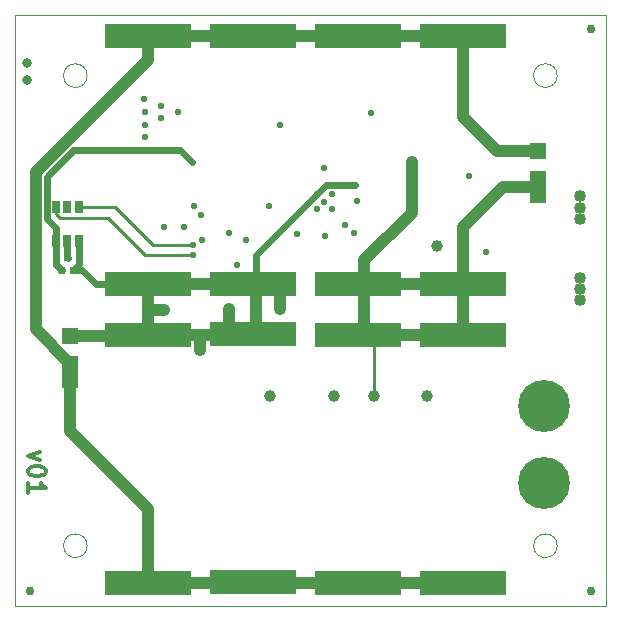
<source format=gbr>
%TF.GenerationSoftware,KiCad,Pcbnew,(5.1.4)-1*%
%TF.CreationDate,2019-12-20T15:52:09-07:00*%
%TF.ProjectId,SolarCell+Y,536f6c61-7243-4656-9c6c-2b592e6b6963,rev?*%
%TF.SameCoordinates,Original*%
%TF.FileFunction,Copper,L1,Top*%
%TF.FilePolarity,Positive*%
%FSLAX46Y46*%
G04 Gerber Fmt 4.6, Leading zero omitted, Abs format (unit mm)*
G04 Created by KiCad (PCBNEW (5.1.4)-1) date 2019-12-20 15:52:09*
%MOMM*%
%LPD*%
G04 APERTURE LIST*
%ADD10C,0.300000*%
%ADD11C,0.050000*%
%ADD12C,0.750000*%
%ADD13C,1.000000*%
%ADD14C,1.016000*%
%ADD15R,7.400000X2.000000*%
%ADD16R,1.400000X1.400000*%
%ADD17R,1.400000X2.700000*%
%ADD18R,0.700000X1.000000*%
%ADD19C,0.100000*%
%ADD20C,0.590000*%
%ADD21C,4.400000*%
%ADD22C,0.584200*%
%ADD23C,0.800000*%
%ADD24C,1.000000*%
%ADD25C,0.248920*%
%ADD26C,0.609600*%
G04 APERTURE END LIST*
D10*
X152086428Y-76954285D02*
X151086428Y-77311428D01*
X152086428Y-77668571D01*
X152586428Y-78525714D02*
X152586428Y-78668571D01*
X152515000Y-78811428D01*
X152443571Y-78882857D01*
X152300714Y-78954285D01*
X152015000Y-79025714D01*
X151657857Y-79025714D01*
X151372142Y-78954285D01*
X151229285Y-78882857D01*
X151157857Y-78811428D01*
X151086428Y-78668571D01*
X151086428Y-78525714D01*
X151157857Y-78382857D01*
X151229285Y-78311428D01*
X151372142Y-78240000D01*
X151657857Y-78168571D01*
X152015000Y-78168571D01*
X152300714Y-78240000D01*
X152443571Y-78311428D01*
X152515000Y-78382857D01*
X152586428Y-78525714D01*
X151086428Y-80454285D02*
X151086428Y-79597142D01*
X151086428Y-80025714D02*
X152586428Y-80025714D01*
X152372142Y-79882857D01*
X152229285Y-79740000D01*
X152157857Y-79597142D01*
D11*
X200000000Y-40000000D02*
X150000000Y-40000000D01*
X150000000Y-90000000D02*
X200000000Y-90000000D01*
X150000000Y-40000000D02*
X150000000Y-90000000D01*
X195900000Y-45100000D02*
G75*
G03X195900000Y-45100000I-1000000J0D01*
G01*
X156100000Y-84900000D02*
G75*
G03X156100000Y-84900000I-1000000J0D01*
G01*
X156100000Y-45100000D02*
G75*
G03X156100000Y-45100000I-1000000J0D01*
G01*
X195900000Y-84900000D02*
G75*
G03X195900000Y-84900000I-1000000J0D01*
G01*
X200000000Y-90000000D02*
X200000000Y-40000000D01*
D12*
X198755000Y-41148000D03*
X151257000Y-88773000D03*
X198755000Y-88773000D03*
D13*
X185750200Y-59512200D03*
X184835800Y-72263000D03*
X176987200Y-72263000D03*
X171602400Y-72263000D03*
X180424666Y-72263000D03*
D14*
X197866000Y-64130000D03*
X197866000Y-55330000D03*
X197866000Y-63180000D03*
X197866000Y-62230000D03*
X197866000Y-56280000D03*
X197866000Y-57230000D03*
D15*
X170180000Y-62738000D03*
X170180000Y-41738000D03*
X161290000Y-67056000D03*
X161290000Y-88056000D03*
X170180000Y-67011000D03*
X170180000Y-88011000D03*
X179070000Y-41738000D03*
X179070000Y-62738000D03*
X187960000Y-41738000D03*
X187960000Y-62738000D03*
X179070000Y-88056000D03*
X179070000Y-67056000D03*
X187960000Y-88056000D03*
X187960000Y-67056000D03*
D16*
X154686000Y-67111000D03*
D17*
X154686000Y-70161000D03*
D15*
X161290000Y-62738000D03*
X161290000Y-41738000D03*
D18*
X153482000Y-56208000D03*
X154432000Y-56208000D03*
X155382000Y-56208000D03*
X155382000Y-59108000D03*
X154432000Y-59108000D03*
X153482000Y-59108000D03*
D19*
G36*
X155586958Y-60183510D02*
G01*
X155601276Y-60185634D01*
X155615317Y-60189151D01*
X155628946Y-60194028D01*
X155642031Y-60200217D01*
X155654447Y-60207658D01*
X155666073Y-60216281D01*
X155676798Y-60226002D01*
X155686519Y-60236727D01*
X155695142Y-60248353D01*
X155702583Y-60260769D01*
X155708772Y-60273854D01*
X155713649Y-60287483D01*
X155717166Y-60301524D01*
X155719290Y-60315842D01*
X155720000Y-60330300D01*
X155720000Y-60675300D01*
X155719290Y-60689758D01*
X155717166Y-60704076D01*
X155713649Y-60718117D01*
X155708772Y-60731746D01*
X155702583Y-60744831D01*
X155695142Y-60757247D01*
X155686519Y-60768873D01*
X155676798Y-60779598D01*
X155666073Y-60789319D01*
X155654447Y-60797942D01*
X155642031Y-60805383D01*
X155628946Y-60811572D01*
X155615317Y-60816449D01*
X155601276Y-60819966D01*
X155586958Y-60822090D01*
X155572500Y-60822800D01*
X155277500Y-60822800D01*
X155263042Y-60822090D01*
X155248724Y-60819966D01*
X155234683Y-60816449D01*
X155221054Y-60811572D01*
X155207969Y-60805383D01*
X155195553Y-60797942D01*
X155183927Y-60789319D01*
X155173202Y-60779598D01*
X155163481Y-60768873D01*
X155154858Y-60757247D01*
X155147417Y-60744831D01*
X155141228Y-60731746D01*
X155136351Y-60718117D01*
X155132834Y-60704076D01*
X155130710Y-60689758D01*
X155130000Y-60675300D01*
X155130000Y-60330300D01*
X155130710Y-60315842D01*
X155132834Y-60301524D01*
X155136351Y-60287483D01*
X155141228Y-60273854D01*
X155147417Y-60260769D01*
X155154858Y-60248353D01*
X155163481Y-60236727D01*
X155173202Y-60226002D01*
X155183927Y-60216281D01*
X155195553Y-60207658D01*
X155207969Y-60200217D01*
X155221054Y-60194028D01*
X155234683Y-60189151D01*
X155248724Y-60185634D01*
X155263042Y-60183510D01*
X155277500Y-60182800D01*
X155572500Y-60182800D01*
X155586958Y-60183510D01*
X155586958Y-60183510D01*
G37*
D20*
X155425000Y-60502800D03*
D19*
G36*
X154616958Y-60183510D02*
G01*
X154631276Y-60185634D01*
X154645317Y-60189151D01*
X154658946Y-60194028D01*
X154672031Y-60200217D01*
X154684447Y-60207658D01*
X154696073Y-60216281D01*
X154706798Y-60226002D01*
X154716519Y-60236727D01*
X154725142Y-60248353D01*
X154732583Y-60260769D01*
X154738772Y-60273854D01*
X154743649Y-60287483D01*
X154747166Y-60301524D01*
X154749290Y-60315842D01*
X154750000Y-60330300D01*
X154750000Y-60675300D01*
X154749290Y-60689758D01*
X154747166Y-60704076D01*
X154743649Y-60718117D01*
X154738772Y-60731746D01*
X154732583Y-60744831D01*
X154725142Y-60757247D01*
X154716519Y-60768873D01*
X154706798Y-60779598D01*
X154696073Y-60789319D01*
X154684447Y-60797942D01*
X154672031Y-60805383D01*
X154658946Y-60811572D01*
X154645317Y-60816449D01*
X154631276Y-60819966D01*
X154616958Y-60822090D01*
X154602500Y-60822800D01*
X154307500Y-60822800D01*
X154293042Y-60822090D01*
X154278724Y-60819966D01*
X154264683Y-60816449D01*
X154251054Y-60811572D01*
X154237969Y-60805383D01*
X154225553Y-60797942D01*
X154213927Y-60789319D01*
X154203202Y-60779598D01*
X154193481Y-60768873D01*
X154184858Y-60757247D01*
X154177417Y-60744831D01*
X154171228Y-60731746D01*
X154166351Y-60718117D01*
X154162834Y-60704076D01*
X154160710Y-60689758D01*
X154160000Y-60675300D01*
X154160000Y-60330300D01*
X154160710Y-60315842D01*
X154162834Y-60301524D01*
X154166351Y-60287483D01*
X154171228Y-60273854D01*
X154177417Y-60260769D01*
X154184858Y-60248353D01*
X154193481Y-60236727D01*
X154203202Y-60226002D01*
X154213927Y-60216281D01*
X154225553Y-60207658D01*
X154237969Y-60200217D01*
X154251054Y-60194028D01*
X154264683Y-60189151D01*
X154278724Y-60185634D01*
X154293042Y-60183510D01*
X154307500Y-60182800D01*
X154602500Y-60182800D01*
X154616958Y-60183510D01*
X154616958Y-60183510D01*
G37*
D20*
X154455000Y-60502800D03*
D19*
G36*
X154621758Y-60183510D02*
G01*
X154636076Y-60185634D01*
X154650117Y-60189151D01*
X154663746Y-60194028D01*
X154676831Y-60200217D01*
X154689247Y-60207658D01*
X154700873Y-60216281D01*
X154711598Y-60226002D01*
X154721319Y-60236727D01*
X154729942Y-60248353D01*
X154737383Y-60260769D01*
X154743572Y-60273854D01*
X154748449Y-60287483D01*
X154751966Y-60301524D01*
X154754090Y-60315842D01*
X154754800Y-60330300D01*
X154754800Y-60675300D01*
X154754090Y-60689758D01*
X154751966Y-60704076D01*
X154748449Y-60718117D01*
X154743572Y-60731746D01*
X154737383Y-60744831D01*
X154729942Y-60757247D01*
X154721319Y-60768873D01*
X154711598Y-60779598D01*
X154700873Y-60789319D01*
X154689247Y-60797942D01*
X154676831Y-60805383D01*
X154663746Y-60811572D01*
X154650117Y-60816449D01*
X154636076Y-60819966D01*
X154621758Y-60822090D01*
X154607300Y-60822800D01*
X154312300Y-60822800D01*
X154297842Y-60822090D01*
X154283524Y-60819966D01*
X154269483Y-60816449D01*
X154255854Y-60811572D01*
X154242769Y-60805383D01*
X154230353Y-60797942D01*
X154218727Y-60789319D01*
X154208002Y-60779598D01*
X154198281Y-60768873D01*
X154189658Y-60757247D01*
X154182217Y-60744831D01*
X154176028Y-60731746D01*
X154171151Y-60718117D01*
X154167634Y-60704076D01*
X154165510Y-60689758D01*
X154164800Y-60675300D01*
X154164800Y-60330300D01*
X154165510Y-60315842D01*
X154167634Y-60301524D01*
X154171151Y-60287483D01*
X154176028Y-60273854D01*
X154182217Y-60260769D01*
X154189658Y-60248353D01*
X154198281Y-60236727D01*
X154208002Y-60226002D01*
X154218727Y-60216281D01*
X154230353Y-60207658D01*
X154242769Y-60200217D01*
X154255854Y-60194028D01*
X154269483Y-60189151D01*
X154283524Y-60185634D01*
X154297842Y-60183510D01*
X154312300Y-60182800D01*
X154607300Y-60182800D01*
X154621758Y-60183510D01*
X154621758Y-60183510D01*
G37*
D20*
X154459800Y-60502800D03*
D19*
G36*
X153651758Y-60183510D02*
G01*
X153666076Y-60185634D01*
X153680117Y-60189151D01*
X153693746Y-60194028D01*
X153706831Y-60200217D01*
X153719247Y-60207658D01*
X153730873Y-60216281D01*
X153741598Y-60226002D01*
X153751319Y-60236727D01*
X153759942Y-60248353D01*
X153767383Y-60260769D01*
X153773572Y-60273854D01*
X153778449Y-60287483D01*
X153781966Y-60301524D01*
X153784090Y-60315842D01*
X153784800Y-60330300D01*
X153784800Y-60675300D01*
X153784090Y-60689758D01*
X153781966Y-60704076D01*
X153778449Y-60718117D01*
X153773572Y-60731746D01*
X153767383Y-60744831D01*
X153759942Y-60757247D01*
X153751319Y-60768873D01*
X153741598Y-60779598D01*
X153730873Y-60789319D01*
X153719247Y-60797942D01*
X153706831Y-60805383D01*
X153693746Y-60811572D01*
X153680117Y-60816449D01*
X153666076Y-60819966D01*
X153651758Y-60822090D01*
X153637300Y-60822800D01*
X153342300Y-60822800D01*
X153327842Y-60822090D01*
X153313524Y-60819966D01*
X153299483Y-60816449D01*
X153285854Y-60811572D01*
X153272769Y-60805383D01*
X153260353Y-60797942D01*
X153248727Y-60789319D01*
X153238002Y-60779598D01*
X153228281Y-60768873D01*
X153219658Y-60757247D01*
X153212217Y-60744831D01*
X153206028Y-60731746D01*
X153201151Y-60718117D01*
X153197634Y-60704076D01*
X153195510Y-60689758D01*
X153194800Y-60675300D01*
X153194800Y-60330300D01*
X153195510Y-60315842D01*
X153197634Y-60301524D01*
X153201151Y-60287483D01*
X153206028Y-60273854D01*
X153212217Y-60260769D01*
X153219658Y-60248353D01*
X153228281Y-60236727D01*
X153238002Y-60226002D01*
X153248727Y-60216281D01*
X153260353Y-60207658D01*
X153272769Y-60200217D01*
X153285854Y-60194028D01*
X153299483Y-60189151D01*
X153313524Y-60185634D01*
X153327842Y-60183510D01*
X153342300Y-60182800D01*
X153637300Y-60182800D01*
X153651758Y-60183510D01*
X153651758Y-60183510D01*
G37*
D20*
X153489800Y-60502800D03*
D19*
G36*
X155078958Y-61275710D02*
G01*
X155093276Y-61277834D01*
X155107317Y-61281351D01*
X155120946Y-61286228D01*
X155134031Y-61292417D01*
X155146447Y-61299858D01*
X155158073Y-61308481D01*
X155168798Y-61318202D01*
X155178519Y-61328927D01*
X155187142Y-61340553D01*
X155194583Y-61352969D01*
X155200772Y-61366054D01*
X155205649Y-61379683D01*
X155209166Y-61393724D01*
X155211290Y-61408042D01*
X155212000Y-61422500D01*
X155212000Y-61767500D01*
X155211290Y-61781958D01*
X155209166Y-61796276D01*
X155205649Y-61810317D01*
X155200772Y-61823946D01*
X155194583Y-61837031D01*
X155187142Y-61849447D01*
X155178519Y-61861073D01*
X155168798Y-61871798D01*
X155158073Y-61881519D01*
X155146447Y-61890142D01*
X155134031Y-61897583D01*
X155120946Y-61903772D01*
X155107317Y-61908649D01*
X155093276Y-61912166D01*
X155078958Y-61914290D01*
X155064500Y-61915000D01*
X154769500Y-61915000D01*
X154755042Y-61914290D01*
X154740724Y-61912166D01*
X154726683Y-61908649D01*
X154713054Y-61903772D01*
X154699969Y-61897583D01*
X154687553Y-61890142D01*
X154675927Y-61881519D01*
X154665202Y-61871798D01*
X154655481Y-61861073D01*
X154646858Y-61849447D01*
X154639417Y-61837031D01*
X154633228Y-61823946D01*
X154628351Y-61810317D01*
X154624834Y-61796276D01*
X154622710Y-61781958D01*
X154622000Y-61767500D01*
X154622000Y-61422500D01*
X154622710Y-61408042D01*
X154624834Y-61393724D01*
X154628351Y-61379683D01*
X154633228Y-61366054D01*
X154639417Y-61352969D01*
X154646858Y-61340553D01*
X154655481Y-61328927D01*
X154665202Y-61318202D01*
X154675927Y-61308481D01*
X154687553Y-61299858D01*
X154699969Y-61292417D01*
X154713054Y-61286228D01*
X154726683Y-61281351D01*
X154740724Y-61277834D01*
X154755042Y-61275710D01*
X154769500Y-61275000D01*
X155064500Y-61275000D01*
X155078958Y-61275710D01*
X155078958Y-61275710D01*
G37*
D20*
X154917000Y-61595000D03*
D19*
G36*
X154108958Y-61275710D02*
G01*
X154123276Y-61277834D01*
X154137317Y-61281351D01*
X154150946Y-61286228D01*
X154164031Y-61292417D01*
X154176447Y-61299858D01*
X154188073Y-61308481D01*
X154198798Y-61318202D01*
X154208519Y-61328927D01*
X154217142Y-61340553D01*
X154224583Y-61352969D01*
X154230772Y-61366054D01*
X154235649Y-61379683D01*
X154239166Y-61393724D01*
X154241290Y-61408042D01*
X154242000Y-61422500D01*
X154242000Y-61767500D01*
X154241290Y-61781958D01*
X154239166Y-61796276D01*
X154235649Y-61810317D01*
X154230772Y-61823946D01*
X154224583Y-61837031D01*
X154217142Y-61849447D01*
X154208519Y-61861073D01*
X154198798Y-61871798D01*
X154188073Y-61881519D01*
X154176447Y-61890142D01*
X154164031Y-61897583D01*
X154150946Y-61903772D01*
X154137317Y-61908649D01*
X154123276Y-61912166D01*
X154108958Y-61914290D01*
X154094500Y-61915000D01*
X153799500Y-61915000D01*
X153785042Y-61914290D01*
X153770724Y-61912166D01*
X153756683Y-61908649D01*
X153743054Y-61903772D01*
X153729969Y-61897583D01*
X153717553Y-61890142D01*
X153705927Y-61881519D01*
X153695202Y-61871798D01*
X153685481Y-61861073D01*
X153676858Y-61849447D01*
X153669417Y-61837031D01*
X153663228Y-61823946D01*
X153658351Y-61810317D01*
X153654834Y-61796276D01*
X153652710Y-61781958D01*
X153652000Y-61767500D01*
X153652000Y-61422500D01*
X153652710Y-61408042D01*
X153654834Y-61393724D01*
X153658351Y-61379683D01*
X153663228Y-61366054D01*
X153669417Y-61352969D01*
X153676858Y-61340553D01*
X153685481Y-61328927D01*
X153695202Y-61318202D01*
X153705927Y-61308481D01*
X153717553Y-61299858D01*
X153729969Y-61292417D01*
X153743054Y-61286228D01*
X153756683Y-61281351D01*
X153770724Y-61277834D01*
X153785042Y-61275710D01*
X153799500Y-61275000D01*
X154094500Y-61275000D01*
X154108958Y-61275710D01*
X154108958Y-61275710D01*
G37*
D20*
X153947000Y-61595000D03*
D16*
X194310000Y-51490000D03*
D17*
X194310000Y-54540000D03*
D21*
X194800000Y-73100000D03*
X194800000Y-79600000D03*
D22*
X183593740Y-52415440D03*
X183593740Y-53050440D03*
X160978844Y-48166883D03*
X165112690Y-56134000D03*
X178796228Y-54378747D03*
X176174400Y-55806340D03*
X175574980Y-55144184D03*
X176844980Y-55144184D03*
X175567340Y-56413400D03*
X176844980Y-56388784D03*
X164338000Y-57912000D03*
X162575240Y-57912000D03*
X172417740Y-49303940D03*
X168148000Y-64897000D03*
X172466000Y-64897000D03*
X178689000Y-58420000D03*
X162585400Y-64947800D03*
X165684200Y-62738000D03*
X165684200Y-68300600D03*
X168148000Y-58420000D03*
X164973000Y-52451000D03*
X168783000Y-61147520D03*
X189865000Y-60071000D03*
X163830000Y-48196500D03*
X165713339Y-56881065D03*
X188468000Y-53594000D03*
X165862000Y-59055000D03*
X165100000Y-59436026D03*
X165100000Y-60325000D03*
D23*
X151000000Y-45500000D03*
D22*
X161036000Y-50292000D03*
D23*
X151003000Y-44005500D03*
D22*
X162359712Y-47637690D03*
X162369500Y-48662193D03*
X161036000Y-49276000D03*
X160909000Y-47117000D03*
X169560240Y-59019440D03*
X176184580Y-52959784D03*
X177942240Y-57749440D03*
X171528750Y-56161940D03*
X176222019Y-58642013D03*
X173878240Y-58471590D03*
X180164740Y-48224440D03*
X178954084Y-55753784D03*
D24*
X161290000Y-88056000D02*
X170434000Y-88056000D01*
X170434000Y-88056000D02*
X179578000Y-88056000D01*
X179578000Y-88056000D02*
X187960000Y-88056000D01*
X161290000Y-41738000D02*
X170434000Y-41738000D01*
X170434000Y-41738000D02*
X179578000Y-41738000D01*
X179578000Y-41738000D02*
X187960000Y-41738000D01*
X154686000Y-69511000D02*
X154686000Y-70161000D01*
X151768388Y-66593388D02*
X154686000Y-69511000D01*
X151768388Y-53259612D02*
X151768388Y-66593388D01*
X161290000Y-43738000D02*
X151768388Y-53259612D01*
X161290000Y-41738000D02*
X161290000Y-43738000D01*
X161290000Y-81788000D02*
X161290000Y-88056000D01*
X154686000Y-75184000D02*
X161290000Y-81788000D01*
X154686000Y-70161000D02*
X154686000Y-75184000D01*
X187960000Y-48641000D02*
X187960000Y-41738000D01*
X194310000Y-51490000D02*
X190809000Y-51490000D01*
X190809000Y-51490000D02*
X187960000Y-48641000D01*
X179578000Y-67056000D02*
X187960000Y-67056000D01*
X179578000Y-62738000D02*
X187960000Y-62738000D01*
X179578000Y-62738000D02*
X179578000Y-67056000D01*
X187960000Y-62738000D02*
X187960000Y-67056000D01*
X183593740Y-56722260D02*
X183593740Y-52415440D01*
X179578000Y-62738000D02*
X179578000Y-60738000D01*
X179578000Y-60738000D02*
X183593740Y-56722260D01*
X187960000Y-57912000D02*
X187960000Y-62738000D01*
X194310000Y-54540000D02*
X191332000Y-54540000D01*
X191332000Y-54540000D02*
X187960000Y-57912000D01*
D25*
X180424666Y-67056000D02*
X179070000Y-67056000D01*
X180424666Y-72263000D02*
X180424666Y-67056000D01*
D24*
X170434000Y-62738000D02*
X165684200Y-62738000D01*
X161290000Y-62738000D02*
X161290000Y-67056000D01*
X170434000Y-62738000D02*
X170434000Y-64897000D01*
X170434000Y-64897000D02*
X170434000Y-67056000D01*
D26*
X155425000Y-61087000D02*
X155425000Y-60502800D01*
X154917000Y-61595000D02*
X155425000Y-61087000D01*
X155382000Y-60459800D02*
X155425000Y-60502800D01*
X155382000Y-59108000D02*
X155382000Y-60459800D01*
X156845000Y-62738000D02*
X161290000Y-62738000D01*
X154917000Y-61595000D02*
X155702000Y-61595000D01*
X155702000Y-61595000D02*
X156845000Y-62738000D01*
D24*
X161235000Y-67111000D02*
X161290000Y-67056000D01*
X154686000Y-67111000D02*
X161235000Y-67111000D01*
D26*
X176340417Y-54378747D02*
X178796228Y-54378747D01*
X175574980Y-55144184D02*
X176340417Y-54378747D01*
X172339000Y-58380164D02*
X175574980Y-55144184D01*
X170434000Y-62738000D02*
X170434000Y-60285164D01*
X170434000Y-60285164D02*
X172339000Y-58380164D01*
D24*
X161366200Y-64947800D02*
X162585400Y-64947800D01*
X161290000Y-67056000D02*
X161290000Y-65024000D01*
X161290000Y-65024000D02*
X161366200Y-64947800D01*
X168148000Y-66954400D02*
X168122600Y-66979800D01*
X168148000Y-64897000D02*
X168148000Y-66954400D01*
X172466000Y-62788800D02*
X172415200Y-62738000D01*
X172466000Y-64897000D02*
X172466000Y-62788800D01*
X165684200Y-62738000D02*
X161290000Y-62738000D01*
X165684200Y-67887509D02*
X165684200Y-67056000D01*
X165684200Y-68300600D02*
X165684200Y-67887509D01*
X170434000Y-67056000D02*
X165684200Y-67056000D01*
X165684200Y-67056000D02*
X161290000Y-67056000D01*
D26*
X153489800Y-61137800D02*
X153947000Y-61595000D01*
X153489800Y-60502800D02*
X153489800Y-61137800D01*
X153482000Y-60495000D02*
X153489800Y-60502800D01*
X153482000Y-59108000D02*
X153482000Y-60495000D01*
X163957000Y-51435000D02*
X164973000Y-52451000D01*
X154940000Y-51435000D02*
X163957000Y-51435000D01*
X152700199Y-53674801D02*
X154940000Y-51435000D01*
X152700199Y-57216599D02*
X152700199Y-53674801D01*
X153482000Y-59108000D02*
X153482000Y-57998400D01*
X153482000Y-57998400D02*
X152700199Y-57216599D01*
D25*
X161671026Y-59436026D02*
X165100000Y-59436026D01*
X155382000Y-56208000D02*
X158443000Y-56208000D01*
X158443000Y-56208000D02*
X161671026Y-59436026D01*
X161010600Y-60325000D02*
X165100000Y-60325000D01*
X157835600Y-57150000D02*
X161010600Y-60325000D01*
X153797000Y-57150000D02*
X157835600Y-57150000D01*
X153482000Y-56208000D02*
X153482000Y-56835000D01*
X153482000Y-56835000D02*
X153797000Y-57150000D01*
D26*
X154432000Y-60479800D02*
X154455000Y-60502800D01*
X154432000Y-59108000D02*
X154432000Y-60479800D01*
M02*

</source>
